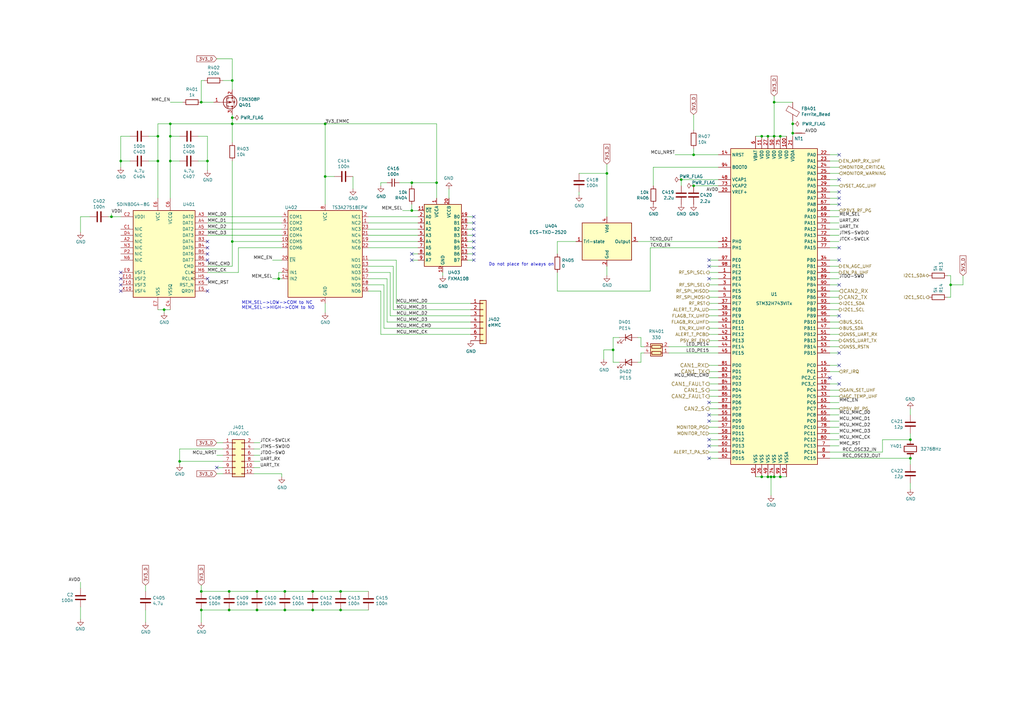
<source format=kicad_sch>
(kicad_sch (version 20230121) (generator eeschema)
  (paper "A3")
  (title_block (title "SatNOGS COMMS") (date "2020-02-20") (company "Libre Space Foundation") (comment 1 "CERN OHL version 1.2"))
  (junction (at 95.25 50.8))
  (junction (at 373.38 187.96))
  (junction (at 312.42 55.88))
  (junction (at 248.92 71.12))
  (junction (at 316.23 195.58))
  (junction (at 105.41 242.57))
  (junction (at 69.85 50.8))
  (junction (at 64.77 66.04))
  (junction (at 116.84 242.57))
  (junction (at 325.12 50.8))
  (junction (at 389.89 116.84))
  (junction (at 168.91 74.93))
  (junction (at 317.5 41.91))
  (junction (at 128.27 250.19))
  (junction (at 82.55 250.19))
  (junction (at 82.55 242.57))
  (junction (at 133.35 72.39))
  (junction (at 179.07 74.93))
  (junction (at 373.38 180.34))
  (junction (at 95.25 33.02))
  (junction (at 284.48 63.5))
  (junction (at 320.04 195.58))
  (junction (at 73.66 189.23))
  (junction (at 251.46 143.51))
  (junction (at 133.35 50.8))
  (junction (at 69.85 55.88))
  (junction (at 114.3 114.3))
  (junction (at 317.5 55.88))
  (junction (at 128.27 242.57))
  (junction (at 320.04 55.88))
  (junction (at 116.84 250.19))
  (junction (at 279.4 73.66))
  (junction (at 139.7 250.19))
  (junction (at 168.91 86.36))
  (junction (at 95.25 99.06))
  (junction (at 67.31 127))
  (junction (at 93.98 250.19))
  (junction (at 317.5 195.58))
  (junction (at 69.85 66.04))
  (junction (at 314.96 195.58))
  (junction (at 284.48 76.2))
  (junction (at 314.96 55.88))
  (junction (at 139.7 242.57))
  (junction (at 64.77 55.88))
  (junction (at 45.72 88.9))
  (junction (at 312.42 195.58))
  (junction (at 325.12 54.61))
  (junction (at 105.41 250.19))
  (junction (at 82.55 41.91))
  (junction (at 85.09 66.04))
  (junction (at 49.53 66.04))
  (junction (at 95.25 48.26))
  (junction (at 93.98 242.57))
  (no_connect (at 194.31 101.6))
  (no_connect (at 344.17 78.74))
  (no_connect (at 194.31 99.06))
  (no_connect (at 344.17 73.66))
  (no_connect (at 49.53 111.76))
  (no_connect (at 344.17 129.54))
  (no_connect (at 85.09 114.3))
  (no_connect (at 290.83 182.88))
  (no_connect (at 85.09 99.06))
  (no_connect (at 49.53 119.38))
  (no_connect (at 290.83 172.72))
  (no_connect (at 290.83 180.34))
  (no_connect (at 340.36 154.94))
  (no_connect (at 88.9 191.77))
  (no_connect (at 290.83 165.1))
  (no_connect (at 344.17 116.84))
  (no_connect (at 49.53 116.84))
  (no_connect (at 344.17 149.86))
  (no_connect (at 290.83 114.3))
  (no_connect (at 290.83 187.96))
  (no_connect (at 194.31 88.9))
  (no_connect (at 344.17 63.5))
  (no_connect (at 290.83 109.22))
  (no_connect (at 344.17 81.28))
  (no_connect (at 168.91 104.14))
  (no_connect (at 194.31 96.52))
  (no_connect (at 290.83 170.18))
  (no_connect (at 85.09 104.14))
  (no_connect (at 344.17 83.82))
  (no_connect (at 344.17 101.6))
  (no_connect (at 85.09 101.6))
  (no_connect (at 194.31 91.44))
  (no_connect (at 49.53 114.3))
  (no_connect (at 85.09 106.68))
  (no_connect (at 85.09 119.38))
  (no_connect (at 344.17 157.48))
  (no_connect (at 344.17 144.78))
  (no_connect (at 194.31 93.98))
  (no_connect (at 168.91 106.68))
  (no_connect (at 194.31 104.14))
  (no_connect (at 290.83 106.68))
  (no_connect (at 344.17 106.68))
  (no_connect (at 194.31 106.68))
  (wire (pts (xy 373.38 167.64) (xy 373.38 170.18)))
  (wire (pts (xy 262.89 144.78) (xy 264.16 144.78)))
  (wire (pts (xy 104.14 186.69) (xy 106.68 186.69)))
  (wire (pts (xy 105.41 242.57) (xy 116.84 242.57)))
  (wire (pts (xy 191.77 88.9) (xy 194.31 88.9)))
  (wire (pts (xy 128.27 242.57) (xy 139.7 242.57)))
  (wire (pts (xy 151.13 114.3) (xy 158.75 114.3)))
  (wire (pts (xy 151.13 109.22) (xy 161.29 109.22)))
  (wire (pts (xy 344.17 170.18) (xy 340.36 170.18)))
  (wire (pts (xy 309.88 195.58) (xy 312.42 195.58)))
  (wire (pts (xy 33.02 248.92) (xy 33.02 254)))
  (wire (pts (xy 151.13 250.19) (xy 139.7 250.19)))
  (wire (pts (xy 340.36 127) (xy 344.17 127)))
  (wire (pts (xy 114.3 111.76) (xy 114.3 114.3)))
  (wire (pts (xy 194.31 101.6) (xy 191.77 101.6)))
  (wire (pts (xy 194.31 91.44) (xy 191.77 91.44)))
  (wire (pts (xy 128.27 250.19) (xy 116.84 250.19)))
  (wire (pts (xy 104.14 194.31) (xy 115.57 194.31)))
  (wire (pts (xy 344.17 177.8) (xy 340.36 177.8)))
  (wire (pts (xy 49.53 66.04) (xy 49.53 55.88)))
  (wire (pts (xy 116.84 242.57) (xy 128.27 242.57)))
  (wire (pts (xy 168.91 74.93) (xy 179.07 74.93)))
  (wire (pts (xy 340.36 73.66) (xy 344.17 73.66)))
  (wire (pts (xy 267.97 68.58) (xy 267.97 76.2)))
  (wire (pts (xy 95.25 24.13) (xy 95.25 33.02)))
  (wire (pts (xy 317.5 55.88) (xy 320.04 55.88)))
  (wire (pts (xy 309.88 55.88) (xy 312.42 55.88)))
  (wire (pts (xy 85.09 66.04) (xy 85.09 55.88)))
  (wire (pts (xy 247.65 143.51) (xy 247.65 147.32)))
  (wire (pts (xy 290.83 187.96) (xy 294.64 187.96)))
  (wire (pts (xy 67.31 128.27) (xy 67.31 127)))
  (wire (pts (xy 82.55 41.91) (xy 87.63 41.91)))
  (wire (pts (xy 228.6 119.38) (xy 266.7 119.38)))
  (wire (pts (xy 344.17 68.58) (xy 340.36 68.58)))
  (wire (pts (xy 156.21 119.38) (xy 156.21 137.16)))
  (wire (pts (xy 95.25 109.22) (xy 95.25 99.06)))
  (wire (pts (xy 290.83 172.72) (xy 294.64 172.72)))
  (wire (pts (xy 82.55 250.19) (xy 82.55 255.27)))
  (wire (pts (xy 160.02 111.76) (xy 151.13 111.76)))
  (wire (pts (xy 294.64 124.46) (xy 290.83 124.46)))
  (wire (pts (xy 266.7 119.38) (xy 266.7 101.6)))
  (wire (pts (xy 69.85 66.04) (xy 69.85 81.28)))
  (wire (pts (xy 344.17 88.9) (xy 340.36 88.9)))
  (wire (pts (xy 161.29 109.22) (xy 161.29 127)))
  (wire (pts (xy 284.48 53.34) (xy 284.48 46.99)))
  (wire (pts (xy 389.89 116.84) (xy 389.89 121.92)))
  (wire (pts (xy 389.89 113.03) (xy 389.89 116.84)))
  (wire (pts (xy 73.66 66.04) (xy 69.85 66.04)))
  (wire (pts (xy 104.14 184.15) (xy 106.68 184.15)))
  (wire (pts (xy 276.86 63.5) (xy 284.48 63.5)))
  (wire (pts (xy 294.64 119.38) (xy 290.83 119.38)))
  (wire (pts (xy 284.48 76.2) (xy 294.64 76.2)))
  (wire (pts (xy 254 148.59) (xy 251.46 148.59)))
  (wire (pts (xy 344.17 129.54) (xy 340.36 129.54)))
  (wire (pts (xy 44.45 88.9) (xy 45.72 88.9)))
  (wire (pts (xy 294.64 165.1) (xy 290.83 165.1)))
  (wire (pts (xy 168.91 86.36) (xy 171.45 86.36)))
  (wire (pts (xy 158.75 74.93) (xy 156.21 74.93)))
  (wire (pts (xy 262.89 142.24) (xy 262.89 138.43)))
  (wire (pts (xy 340.36 139.7) (xy 344.17 139.7)))
  (wire (pts (xy 344.17 137.16) (xy 340.36 137.16)))
  (wire (pts (xy 274.32 144.78) (xy 294.64 144.78)))
  (wire (pts (xy 340.36 121.92) (xy 344.17 121.92)))
  (wire (pts (xy 191.77 104.14) (xy 194.31 104.14)))
  (wire (pts (xy 191.77 106.68) (xy 194.31 106.68)))
  (wire (pts (xy 314.96 195.58) (xy 316.23 195.58)))
  (wire (pts (xy 344.17 149.86) (xy 340.36 149.86)))
  (wire (pts (xy 133.35 50.8) (xy 179.07 50.8)))
  (wire (pts (xy 156.21 137.16) (xy 193.04 137.16)))
  (wire (pts (xy 64.77 66.04) (xy 60.96 66.04)))
  (wire (pts (xy 156.21 74.93) (xy 156.21 76.2)))
  (wire (pts (xy 237.49 71.12) (xy 248.92 71.12)))
  (wire (pts (xy 344.17 106.68) (xy 340.36 106.68)))
  (wire (pts (xy 317.5 195.58) (xy 320.04 195.58)))
  (wire (pts (xy 64.77 66.04) (xy 64.77 81.28)))
  (wire (pts (xy 114.3 114.3) (xy 115.57 114.3)))
  (wire (pts (xy 49.53 55.88) (xy 53.34 55.88)))
  (wire (pts (xy 69.85 66.04) (xy 69.85 55.88)))
  (wire (pts (xy 168.91 74.93) (xy 168.91 76.2)))
  (wire (pts (xy 290.83 111.76) (xy 294.64 111.76)))
  (wire (pts (xy 157.48 116.84) (xy 151.13 116.84)))
  (wire (pts (xy 261.62 99.06) (xy 294.64 99.06)))
  (wire (pts (xy 104.14 189.23) (xy 106.68 189.23)))
  (wire (pts (xy 344.17 124.46) (xy 340.36 124.46)))
  (wire (pts (xy 64.77 55.88) (xy 64.77 66.04)))
  (wire (pts (xy 73.66 189.23) (xy 91.44 189.23)))
  (wire (pts (xy 73.66 189.23) (xy 73.66 190.5)))
  (wire (pts (xy 179.07 74.93) (xy 179.07 81.28)))
  (wire (pts (xy 33.02 88.9) (xy 36.83 88.9)))
  (wire (pts (xy 73.66 55.88) (xy 69.85 55.88)))
  (wire (pts (xy 228.6 119.38) (xy 228.6 111.76)))
  (wire (pts (xy 115.57 93.98) (xy 85.09 93.98)))
  (wire (pts (xy 168.91 104.14) (xy 171.45 104.14)))
  (wire (pts (xy 340.36 91.44) (xy 344.17 91.44)))
  (wire (pts (xy 85.09 109.22) (xy 95.25 109.22)))
  (wire (pts (xy 82.55 33.02) (xy 83.82 33.02)))
  (wire (pts (xy 251.46 138.43) (xy 254 138.43)))
  (wire (pts (xy 85.09 96.52) (xy 115.57 96.52)))
  (wire (pts (xy 344.17 96.52) (xy 340.36 96.52)))
  (wire (pts (xy 179.07 50.8) (xy 179.07 74.93)))
  (wire (pts (xy 344.17 160.02) (xy 340.36 160.02)))
  (wire (pts (xy 133.35 50.8) (xy 133.35 72.39)))
  (wire (pts (xy 290.83 121.92) (xy 294.64 121.92)))
  (wire (pts (xy 264.16 142.24) (xy 262.89 142.24)))
  (wire (pts (xy 389.89 113.03) (xy 388.62 113.03)))
  (wire (pts (xy 344.17 119.38) (xy 340.36 119.38)))
  (wire (pts (xy 290.83 139.7) (xy 294.64 139.7)))
  (wire (pts (xy 161.29 127) (xy 193.04 127)))
  (wire (pts (xy 85.09 69.85) (xy 85.09 66.04)))
  (wire (pts (xy 344.17 99.06) (xy 340.36 99.06)))
  (wire (pts (xy 115.57 88.9) (xy 85.09 88.9)))
  (wire (pts (xy 344.17 78.74) (xy 340.36 78.74)))
  (wire (pts (xy 340.36 175.26) (xy 344.17 175.26)))
  (wire (pts (xy 104.14 181.61) (xy 106.68 181.61)))
  (wire (pts (xy 325.12 41.91) (xy 317.5 41.91)))
  (wire (pts (xy 160.02 129.54) (xy 193.04 129.54)))
  (wire (pts (xy 91.44 33.02) (xy 95.25 33.02)))
  (wire (pts (xy 151.13 91.44) (xy 171.45 91.44)))
  (wire (pts (xy 59.69 240.03) (xy 59.69 242.57)))
  (wire (pts (xy 184.15 77.47) (xy 184.15 81.28)))
  (wire (pts (xy 53.34 66.04) (xy 49.53 66.04)))
  (wire (pts (xy 344.17 182.88) (xy 340.36 182.88)))
  (wire (pts (xy 340.36 86.36) (xy 344.17 86.36)))
  (wire (pts (xy 95.25 50.8) (xy 133.35 50.8)))
  (wire (pts (xy 139.7 242.57) (xy 151.13 242.57)))
  (wire (pts (xy 294.64 137.16) (xy 290.83 137.16)))
  (wire (pts (xy 160.02 129.54) (xy 160.02 111.76)))
  (wire (pts (xy 95.25 50.8) (xy 69.85 50.8)))
  (wire (pts (xy 294.64 129.54) (xy 290.83 129.54)))
  (wire (pts (xy 69.85 41.91) (xy 74.93 41.91)))
  (wire (pts (xy 344.17 172.72) (xy 340.36 172.72)))
  (wire (pts (xy 248.92 67.31) (xy 248.92 71.12)))
  (wire (pts (xy 163.83 74.93) (xy 168.91 74.93)))
  (wire (pts (xy 317.5 39.37) (xy 317.5 41.91)))
  (wire (pts (xy 168.91 83.82) (xy 168.91 86.36)))
  (wire (pts (xy 82.55 240.03) (xy 82.55 242.57)))
  (wire (pts (xy 344.17 66.04) (xy 340.36 66.04)))
  (wire (pts (xy 279.4 73.66) (xy 279.4 76.2)))
  (wire (pts (xy 105.41 250.19) (xy 93.98 250.19)))
  (wire (pts (xy 389.89 116.84) (xy 394.97 116.84)))
  (wire (pts (xy 45.72 87.63) (xy 45.72 88.9)))
  (wire (pts (xy 344.17 114.3) (xy 340.36 114.3)))
  (wire (pts (xy 290.83 162.56) (xy 294.64 162.56)))
  (wire (pts (xy 344.17 157.48) (xy 340.36 157.48)))
  (wire (pts (xy 168.91 106.68) (xy 171.45 106.68)))
  (wire (pts (xy 181.61 111.76) (xy 181.61 113.03)))
  (wire (pts (xy 194.31 96.52) (xy 191.77 96.52)))
  (wire (pts (xy 158.75 132.08) (xy 193.04 132.08)))
  (wire (pts (xy 262.89 138.43) (xy 261.62 138.43)))
  (wire (pts (xy 312.42 55.88) (xy 314.96 55.88)))
  (wire (pts (xy 115.57 99.06) (xy 95.25 99.06)))
  (wire (pts (xy 248.92 109.22) (xy 248.92 113.03)))
  (wire (pts (xy 82.55 242.57) (xy 93.98 242.57)))
  (wire (pts (xy 115.57 106.68) (xy 111.76 106.68)))
  (wire (pts (xy 340.36 185.42) (xy 361.95 185.42)))
  (wire (pts (xy 251.46 143.51) (xy 251.46 138.43)))
  (wire (pts (xy 97.79 101.6) (xy 115.57 101.6)))
  (wire (pts (xy 314.96 55.88) (xy 317.5 55.88)))
  (wire (pts (xy 344.17 167.64) (xy 340.36 167.64)))
  (wire (pts (xy 344.17 111.76) (xy 340.36 111.76)))
  (wire (pts (xy 267.97 68.58) (xy 294.64 68.58)))
  (wire (pts (xy 45.72 88.9) (xy 49.53 88.9)))
  (wire (pts (xy 262.89 148.59) (xy 262.89 144.78)))
  (wire (pts (xy 49.53 68.58) (xy 49.53 66.04)))
  (wire (pts (xy 316.23 195.58) (xy 317.5 195.58)))
  (wire (pts (xy 325.12 50.8) (xy 325.12 54.61)))
  (wire (pts (xy 95.25 58.42) (xy 95.25 50.8)))
  (wire (pts (xy 340.36 132.08) (xy 344.17 132.08)))
  (wire (pts (xy 344.17 162.56) (xy 340.36 162.56)))
  (wire (pts (xy 294.64 73.66) (xy 279.4 73.66)))
  (wire (pts (xy 344.17 152.4) (xy 340.36 152.4)))
  (wire (pts (xy 290.83 106.68) (xy 294.64 106.68)))
  (wire (pts (xy 325.12 49.53) (xy 325.12 50.8)))
  (wire (pts (xy 344.17 180.34) (xy 340.36 180.34)))
  (wire (pts (xy 88.9 191.77) (xy 91.44 191.77)))
  (wire (pts (xy 151.13 119.38) (xy 156.21 119.38)))
  (wire (pts (xy 162.56 106.68) (xy 151.13 106.68)))
  (wire (pts (xy 82.55 41.91) (xy 82.55 33.02)))
  (wire (pts (xy 290.83 177.8) (xy 294.64 177.8)))
  (wire (pts (xy 266.7 101.6) (xy 294.64 101.6)))
  (wire (pts (xy 33.02 95.25) (xy 33.02 88.9)))
  (wire (pts (xy 344.17 109.22) (xy 340.36 109.22)))
  (wire (pts (xy 104.14 191.77) (xy 106.68 191.77)))
  (wire (pts (xy 325.12 54.61) (xy 325.12 55.88)))
  (wire (pts (xy 85.09 66.04) (xy 81.28 66.04)))
  (wire (pts (xy 115.57 194.31) (xy 115.57 195.58)))
  (wire (pts (xy 85.09 91.44) (xy 115.57 91.44)))
  (wire (pts (xy 344.17 165.1) (xy 340.36 165.1)))
  (wire (pts (xy 85.09 111.76) (xy 97.79 111.76)))
  (wire (pts (xy 340.36 81.28) (xy 344.17 81.28)))
  (wire (pts (xy 64.77 127) (xy 67.31 127)))
  (wire (pts (xy 340.36 144.78) (xy 344.17 144.78)))
  (wire (pts (xy 73.66 184.15) (xy 73.66 189.23)))
  (wire (pts (xy 88.9 181.61) (xy 91.44 181.61)))
  (wire (pts (xy 88.9 24.13) (xy 95.25 24.13)))
  (wire (pts (xy 294.64 116.84) (xy 290.83 116.84)))
  (wire (pts (xy 116.84 250.19) (xy 105.41 250.19)))
  (wire (pts (xy 344.17 76.2) (xy 340.36 76.2)))
  (wire (pts (xy 144.78 77.47) (xy 144.78 72.39)))
  (wire (pts (xy 151.13 99.06) (xy 171.45 99.06)))
  (wire (pts (xy 290.83 132.08) (xy 294.64 132.08)))
  (wire (pts (xy 67.31 127) (xy 69.85 127)))
  (wire (pts (xy 344.17 63.5) (xy 340.36 63.5)))
  (wire (pts (xy 320.04 195.58) (xy 322.58 195.58)))
  (wire (pts (xy 151.13 93.98) (xy 171.45 93.98)))
  (wire (pts (xy 344.17 71.12) (xy 340.36 71.12)))
  (wire (pts (xy 294.64 167.64) (xy 290.83 167.64)))
  (wire (pts (xy 93.98 250.19) (xy 82.55 250.19)))
  (wire (pts (xy 274.32 142.24) (xy 294.64 142.24)))
  (wire (pts (xy 151.13 88.9) (xy 171.45 88.9)))
  (wire (pts (xy 344.17 134.62) (xy 340.36 134.62)))
  (wire (pts (xy 111.76 114.3) (xy 114.3 114.3)))
  (wire (pts (xy 294.64 160.02) (xy 290.83 160.02)))
  (wire (pts (xy 290.83 114.3) (xy 294.64 114.3)))
  (wire (pts (xy 69.85 55.88) (xy 69.85 50.8)))
  (wire (pts (xy 194.31 99.06) (xy 191.77 99.06)))
  (wire (pts (xy 373.38 177.8) (xy 373.38 180.34)))
  (wire (pts (xy 290.83 154.94) (xy 294.64 154.94)))
  (wire (pts (xy 95.25 33.02) (xy 95.25 36.83)))
  (wire (pts (xy 290.83 127) (xy 294.64 127)))
  (wire (pts (xy 373.38 187.96) (xy 373.38 190.5)))
  (wire (pts (xy 91.44 184.15) (xy 73.66 184.15)))
  (wire (pts (xy 294.64 63.5) (xy 284.48 63.5)))
  (wire (pts (xy 64.77 50.8) (xy 69.85 50.8)))
  (wire (pts (xy 33.02 238.76) (xy 33.02 241.3)))
  (wire (pts (xy 165.1 86.36) (xy 168.91 86.36)))
  (wire (pts (xy 312.42 195.58) (xy 314.96 195.58)))
  (wire (pts (xy 316.23 195.58) (xy 316.23 203.2)))
  (wire (pts (xy 139.7 250.19) (xy 128.27 250.19)))
  (wire (pts (xy 320.04 55.88) (xy 322.58 55.88)))
  (wire (pts (xy 290.83 170.18) (xy 294.64 170.18)))
  (wire (pts (xy 162.56 124.46) (xy 193.04 124.46)))
  (wire (pts (xy 294.64 152.4) (xy 290.83 152.4)))
  (wire (pts (xy 284.48 63.5) (xy 284.48 60.96)))
  (wire (pts (xy 344.17 142.24) (xy 340.36 142.24)))
  (wire (pts (xy 133.35 128.27) (xy 133.35 124.46)))
  (wire (pts (xy 290.83 149.86) (xy 294.64 149.86)))
  (wire (pts (xy 95.25 48.26) (xy 95.25 50.8)))
  (wire (pts (xy 361.95 180.34) (xy 373.38 180.34)))
  (wire (pts (xy 88.9 194.31) (xy 91.44 194.31)))
  (wire (pts (xy 157.48 134.62) (xy 193.04 134.62)))
  (wire (pts (xy 151.13 96.52) (xy 171.45 96.52)))
  (wire (pts (xy 247.65 143.51) (xy 251.46 143.51)))
  (wire (pts (xy 133.35 72.39) (xy 133.35 83.82)))
  (wire (pts (xy 95.25 99.06) (xy 95.25 66.04)))
  (wire (pts (xy 394.97 113.03) (xy 394.97 116.84)))
  (wire (pts (xy 344.17 93.98) (xy 340.36 93.98)))
  (wire (pts (xy 248.92 71.12) (xy 248.92 88.9)))
  (wire (pts (xy 373.38 198.12) (xy 373.38 200.66)))
  (wire (pts (xy 85.09 55.88) (xy 81.28 55.88)))
  (wire (pts (xy 290.83 175.26) (xy 294.64 175.26)))
  (wire (pts (xy 237.49 80.01) (xy 237.49 78.74)))
  (wire (pts (xy 290.83 109.22) (xy 294.64 109.22)))
  (wire (pts (xy 290.83 134.62) (xy 294.64 134.62)))
  (wire (pts (xy 290.83 185.42) (xy 294.64 185.42)))
  (wire (pts (xy 373.38 187.96) (xy 340.36 187.96)))
  (wire (pts (xy 389.89 121.92) (xy 388.62 121.92)))
  (wire (pts (xy 97.79 111.76) (xy 97.79 101.6)))
  (wire (pts (xy 95.25 46.99) (xy 95.25 48.26)))
  (wire (pts (xy 157.48 134.62) (xy 157.48 116.84)))
  (wire (pts (xy 251.46 148.59) (xy 251.46 143.51)))
  (wire (pts (xy 228.6 104.14) (xy 228.6 99.06)))
  (wire (pts (xy 158.75 114.3) (xy 158.75 132.08)))
  (wire (pts (xy 290.83 157.48) (xy 294.64 157.48)))
  (wire (pts (xy 60.96 55.88) (xy 64.77 55.88)))
  (wire (pts (xy 290.83 182.88) (xy 294.64 182.88)))
  (wire (pts (xy 290.83 180.34) (xy 294.64 180.34)))
  (wire (pts (xy 59.69 250.19) (xy 59.69 255.27)))
  (wire (pts (xy 88.9 186.69) (xy 91.44 186.69)))
  (wire (pts (xy 137.16 72.39) (xy 133.35 72.39)))
  (wire (pts (xy 194.31 93.98) (xy 191.77 93.98)))
  (wire (pts (xy 344.17 116.84) (xy 340.36 116.84)))
  (wire (pts (xy 115.57 111.76) (xy 114.3 111.76)))
  (wire (pts (xy 162.56 124.46) (xy 162.56 106.68)))
  (wire (pts (xy 261.62 148.59) (xy 262.89 148.59)))
  (wire (pts (xy 317.5 41.91) (xy 317.5 55.88)))
  (wire (pts (xy 340.36 83.82) (xy 344.17 83.82)))
  (wire (pts (xy 228.6 99.06) (xy 236.22 99.06)))
  (wire (pts (xy 344.17 101.6) (xy 340.36 101.6)))
  (wire (pts (xy 361.95 185.42) (xy 361.95 180.34)))
  (wire (pts (xy 64.77 50.8) (xy 64.77 55.88)))
  (wire (pts (xy 93.98 242.57) (xy 105.41 242.57)))
  (wire (pts (xy 151.13 101.6) (xy 171.45 101.6)))
  (text "Do not place for always on" (at 200.406 109.22 0) (effects (font (size 1.27 1.27)) (justify left bottom)))
  (text "MEM_SEL->LOW->COM to NC\nMEM_SEL->HIGH->COM to NO" (at 99.06 127 0) (effects (font (size 1.27 1.27)) (justify left bottom)))
  (label "TCXO_EN" (at 266.7 101.6 0))
  (label "JTDO-SWO" (at 344.17 114.3 0))
  (label "JTDO-SWO" (at 106.68 186.69 0))
  (label "MCU_MMC_D0" (at 344.17 170.18 0))
  (label "JTCK-SWCLK" (at 106.68 181.61 0))
  (label "RCC_OSC32_OUT" (at 345.44 187.96 0))
  (label "UART_RX" (at 344.17 91.44 0))
  (label "TCXO_OUT" (at 266.446 99.06 0))
  (label "MMC_EN" (at 344.17 165.1 0))
  (label "VDDI" (at 45.72 87.63 0))
  (label "MMC_D0" (at 85.09 88.9 0))
  (label "MMC_EN" (at 111.76 106.68 180))
  (label "UART_TX" (at 106.68 191.77 0))
  (label "MCU_MMC_D3" (at 344.17 177.8 0))
  (label "MCU_MMC_D0" (at 162.56 124.46 0))
  (label "MMC_D3" (at 85.09 96.52 0))
  (label "MCU_MMC_CK" (at 162.56 137.16 0))
  (label "JTCK-SWCLK" (at 344.17 99.06 0))
  (label "MEM_SEL" (at 344.17 88.9 0))
  (label "MMC_CMD" (at 85.09 109.22 0))
  (label "MCU_MMC_CMD" (at 162.56 134.62 0))
  (label "LED_PE15" (at 290.83 144.78 180))
  (label "UART_RX" (at 106.68 189.23 0))
  (label "MCU_MMC_CK" (at 344.17 180.34 0))
  (label "JTMS-SWDIO" (at 106.68 184.15 0))
  (label "MCU_MMC_D2" (at 162.56 129.54 0))
  (label "MCU_MMC_CMD" (at 290.83 154.94 180))
  (label "MCU_MMC_D1" (at 162.56 127 0))
  (label "MEM_SEL" (at 165.1 86.36 180))
  (label "MMC_RST" (at 85.09 116.84 0))
  (label "AVDD" (at 330.2 54.61 0))
  (label "MMC_RST" (at 344.17 182.88 0))
  (label "MEM_SEL" (at 111.76 114.3 180))
  (label "RCC_OSC32_IN" (at 345.44 185.42 0))
  (label "MMC_CK" (at 85.09 111.76 0))
  (label "3V3_EMMC" (at 133.35 50.8 0))
  (label "MCU_MMC_D1" (at 344.17 172.72 0))
  (label "JTMS-SWDIO" (at 344.17 96.52 0))
  (label "MMC_D1" (at 85.09 91.44 0))
  (label "MCU_MMC_D2" (at 344.17 175.26 0))
  (label "MMC_EN" (at 69.85 41.91 180))
  (label "MCU_NRST" (at 276.86 63.5 180))
  (label "AVDD" (at 294.64 78.74 180))
  (label "LED_PE14" (at 290.83 142.24 180))
  (label "MCU_NRST" (at 88.9 186.69 180))
  (label "MCU_MMC_D3" (at 162.56 132.08 0))
  (label "AVDD" (at 33.02 238.76 180))
  (label "MMC_D2" (at 85.09 93.98 0))
  (label "UART_TX" (at 344.17 93.98 0))
  (global_label "3V3_D" (shape input) (at 284.48 46.99 90) (property "Intersheetrefs" "${INTERSHEET_REFS}" (effects hide)))
  (global_label "3V3_D" (shape input) (at 88.9 181.61 180) (property "Intersheetrefs" "${INTERSHEET_REFS}" (effects hide)))
  (global_label "3V3_D" (shape input) (at 88.9 24.13 180) (property "Intersheetrefs" "${INTERSHEET_REFS}" (effects hide)))
  (global_label "3V3_D" (shape input) (at 394.97 113.03 90) (property "Intersheetrefs" "${INTERSHEET_REFS}" (effects hide)))
  (global_label "3V3_D" (shape input) (at 317.5 39.37 90) (property "Intersheetrefs" "${INTERSHEET_REFS}" (effects hide)))
  (global_label "3V3_D" (shape input) (at 88.9 194.31 180) (property "Intersheetrefs" "${INTERSHEET_REFS}" (effects hide)))
  (global_label "3V3_D" (shape input) (at 82.55 240.03 90) (property "Intersheetrefs" "${INTERSHEET_REFS}" (effects hide)))
  (global_label "3V3_D" (shape input) (at 248.92 67.31 90) (property "Intersheetrefs" "${INTERSHEET_REFS}" (effects hide)))
  (global_label "3V3_D" (shape input) (at 59.69 240.03 90) (property "Intersheetrefs" "${INTERSHEET_REFS}" (effects hide)))
  (hierarchical_label "VSET_AGC_UHF" (shape input) (at 344.17 76.2 0))
  (hierarchical_label "FLAGB_RX_UHF" (shape input) (at 290.83 132.08 180))
  (hierarchical_label "CAN1_RX" (shape input) (at 290.83 149.86 180) (effects (font (size 1.524 1.524))))
  (hierarchical_label "GNSS_UART_RX" (shape input) (at 344.17 137.16 0))
  (hierarchical_label "I2C1_SCL" (shape output) (at 381 121.92 180))
  (hierarchical_label "CAN1_TX" (shape output) (at 290.83 152.4 180) (effects (font (size 1.524 1.524))))
  (hierarchical_label "AGC_TEMP_UHF" (shape input) (at 344.17 162.56 0))
  (hierarchical_label "GNSS_UART_TX" (shape output) (at 344.17 139.7 0))
  (hierarchical_label "ALERT_T_PCB" (shape input) (at 290.83 137.16 180))
  (hierarchical_label "CAN2_RX" (shape input) (at 344.17 119.38 0) (effects (font (size 1.524 1.524))))
  (hierarchical_label "RF_SPI_MOSI" (shape output) (at 290.83 121.92 180))
  (hierarchical_label "P5V_RF_PG" (shape input) (at 344.17 167.64 0))
  (hierarchical_label "BUS_SDA" (shape bidirectional) (at 344.17 134.62 0))
  (hierarchical_label "I2C1_SDA" (shape bidirectional) (at 344.17 124.46 0))
  (hierarchical_label "P5V_RF_EN" (shape output) (at 290.83 139.7 180))
  (hierarchical_label "EN_AGC_UHF" (shape output) (at 344.17 109.22 0))
  (hierarchical_label "CAN2_S" (shape output) (at 290.83 167.64 180) (effects (font (size 1.524 1.524))))
  (hierarchical_label "RF_RST" (shape output) (at 290.83 124.46 180))
  (hierarchical_label "CAN1_S" (shape output) (at 290.83 160.02 180) (effects (font (size 1.524 1.524))))
  (hierarchical_label "RF_SPI_SEL" (shape output) (at 290.83 116.84 180))
  (hierarchical_label "RF_SPI_MISO" (shape input) (at 290.83 119.38 180))
  (hierarchical_label "CAN1_FAULT" (shape output) (at 290.83 157.48 180) (effects (font (size 1.524 1.524))))
  (hierarchical_label "MONITOR_TC" (shape input) (at 290.83 177.8 180))
  (hierarchical_label "FLAGB_TX_UHF" (shape input) (at 290.83 129.54 180))
  (hierarchical_label "RF_IRQ" (shape input) (at 344.17 152.4 0))
  (hierarchical_label "EN_RX_UHF" (shape output) (at 290.83 134.62 180))
  (hierarchical_label "I2C1_SDA" (shape bidirectional) (at 381 113.03 180))
  (hierarchical_label "MONITOR_PG" (shape input) (at 290.83 175.26 180))
  (hierarchical_label "CAN2_FAULT" (shape output) (at 290.83 162.56 180) (effects (font (size 1.524 1.524))))
  (hierarchical_label "RF_SPI_SCL" (shape output) (at 290.83 111.76 180))
  (hierarchical_label "P3V3_RF_PG" (shape input) (at 344.17 86.36 0))
  (hierarchical_label "MONITOR_WARNING" (shape input) (at 344.17 71.12 0))
  (hierarchical_label "EN_AMP_RX_UHF" (shape output) (at 344.17 66.04 0))
  (hierarchical_label "CAN2_TX" (shape output) (at 344.17 121.92 0) (effects (font (size 1.524 1.524))))
  (hierarchical_label "ALERT_T_PA_S" (shape input) (at 290.83 185.42 180))
  (hierarchical_label "GAIN_SET_UHF" (shape input) (at 344.17 160.02 0))
  (hierarchical_label "I2C1_SCL" (shape output) (at 344.17 127 0))
  (hierarchical_label "ALERT_T_PA_U" (shape input) (at 290.83 127 180))
  (hierarchical_label "GNSS_RSTN" (shape input) (at 344.17 142.24 0))
  (hierarchical_label "MONITOR_CRITICAL" (shape input) (at 344.17 68.58 0))
  (hierarchical_label "EN_PA_UHF" (shape output) (at 344.17 111.76 0))
  (hierarchical_label "BUS_SCL" (shape input) (at 344.17 132.08 0))
  (symbol (lib_id "power:GND") (at 316.23 203.2 0) (unit 1)
    (property "Reference" "#PWR0422" (effects hide))
    (property "Value" "GND" (at 316.3316 207.137 0))
  )
  (symbol (lib_id "Device:R") (at 284.48 57.15 0) (unit 1)
    (property "Reference" "R407" (at 286.258 55.9816 0) (effects (justify left)))
    (property "Value" "10k" (at 286.258 58.293 0) (effects (justify left)))
    (property "Footprint" "Resistor_SMD:R_0402_1005Metric" (effects hide))
    (property "PartNumber" "CRCW040210K0FKEDC" (effects hide))
  )
  (symbol (lib_id "Device:R") (at 267.97 80.01 180) (unit 1)
    (property "Reference" "R406" (at 266.192 81.1784 0) (effects (justify left)))
    (property "Value" "10k" (at 266.192 78.867 0) (effects (justify left)))
    (property "Footprint" "Resistor_SMD:R_0402_1005Metric" (effects hide))
    (property "PartNumber" "CRCW040210K0FKEDC" (effects hide))
  )
  (symbol (lib_id "lsf-kicad:SDINBDG4-8G") (at 67.31 104.14 0) (unit 1)
    (property "Reference" "U401" (at 77.47 83.82 0))
    (property "Value" "SDINBDG4-8G" (at 54.61 83.82 0))
    (property "Footprint" "lsf-kicad-lib:BGA-153_13.0mmx11.5mm_P0.5mm" (effects hide))
    (property "Datasheet" "https://datasheet.lcsc.com/lcsc/2006081112_SANDISK-SDINBDG4-8G_C577444.pdf" (effects hide))
    (property "PartNumber" "SDINBDG4-8G" (effects hide))
    (property "Sim.Enable" "0" (effects hide))
  )
  (symbol (lib_id "Device:Crystal") (at 373.38 184.15 90) (mirror x) (unit 1)
    (property "Reference" "Y401" (at 370.0526 182.9816 90) (effects (justify left)))
    (property "Value" "32768Hz" (at 386.08 184.15 90) (effects (justify left)))
    (property "Footprint" "Crystal:Crystal_SMD_3215-2Pin_3.2x1.5mm" (effects hide))
    (property "PartNumber" "ABS07-32.768KHZ-7-T" (effects hide))
    (property "Sim.Enable" "0" (effects hide))
  )
  (symbol (lib_id "Device:C") (at 373.38 194.31 0) (mirror y) (unit 1)
    (property "Reference" "C422" (at 370.459 193.1416 0) (effects (justify left)))
    (property "Value" "12p" (at 370.459 195.453 0) (effects (font italic) (justify left)))
    (property "Footprint" "Capacitor_SMD:C_0402_1005Metric" (effects hide))
    (property "PartNumber" "CBR04C120F3GAC" (effects hide))
  )
  (symbol (lib_id "Device:C") (at 373.38 173.99 0) (mirror y) (unit 1)
    (property "Reference" "C421" (at 370.459 172.8216 0) (effects (justify left)))
    (property "Value" "12p" (at 370.459 175.133 0) (effects (justify left)))
    (property "Footprint" "Capacitor_SMD:C_0402_1005Metric" (effects hide))
    (property "PartNumber" "CBR04C120F3GAC" (effects hide))
  )
  (symbol (lib_id "Device:R") (at 228.6 107.95 0) (unit 1)
    (property "Reference" "R405" (at 230.378 106.7816 0) (effects (justify left)))
    (property "Value" "0" (at 230.378 109.093 0) (effects (justify left)))
    (property "Footprint" "Resistor_SMD:R_0402_1005Metric" (effects hide))
    (property "PartNumber" "RC0402JR-7D0RL" (effects hide))
  )
  (symbol (lib_id "Device:C") (at 237.49 74.93 0) (unit 1)
    (property "Reference" "C418" (at 240.411 73.7616 0) (effects (justify left)))
    (property "Value" "100n" (at 240.411 76.073 0) (effects (justify left)))
    (property "Footprint" "Capacitor_SMD:C_0402_1005Metric" (effects hide))
    (property "PartNumber" "C0402C104K4RACTU" (effects hide))
    (property "Mnf." "KEMET" (effects hide))
  )
  (symbol (lib_id "power:GND") (at 237.49 80.01 0) (unit 1)
    (property "Reference" "#PWR0416" (effects hide))
    (property "Value" "GND" (at 237.617 84.4042 0))
  )
  (symbol (lib_id "Device:C") (at 57.15 55.88 270) (mirror x) (unit 1)
    (property "Reference" "C403" (at 57.15 62.2808 90))
    (property "Value" "100n" (at 57.15 59.9694 90))
    (property "Footprint" "Capacitor_SMD:C_0402_1005Metric" (effects hide))
    (property "Description" "100nF,10%,16V,X7R,0402" (effects hide))
    (property "PartNumber" "C0402C104K4RACTU" (effects hide))
    (property "Mnf." "KEMET" (effects hide))
  )
  (symbol (lib_id "Device:C") (at 57.15 66.04 270) (mirror x) (unit 1)
    (property "Reference" "C404" (at 57.15 72.4408 90))
    (property "Value" "4.7u" (at 57.15 70.1294 90))
    (property "Footprint" "Capacitor_SMD:C_1206_3216Metric" (effects hide))
    (property "Description" "Tantalium" (effects hide))
    (property "PartNumber" "TAJA475K016R" (effects hide))
  )
  (symbol (lib_id "Device:C") (at 77.47 55.88 270) (mirror x) (unit 1)
    (property "Reference" "C406" (at 77.47 62.2808 90))
    (property "Value" "100n" (at 77.47 59.9694 90))
    (property "Footprint" "Capacitor_SMD:C_0402_1005Metric" (effects hide))
    (property "Description" "100nF,10%,16V,X7R,0402" (effects hide))
    (property "PartNumber" "C0402C104K4RACTU" (effects hide))
    (property "Mnf." "KEMET" (effects hide))
  )
  (symbol (lib_id "Device:C") (at 77.47 66.04 270) (mirror x) (unit 1)
    (property "Reference" "C407" (at 77.47 72.4408 90))
    (property "Value" "4.7u" (at 77.47 70.1294 90))
    (property "Footprint" "Capacitor_SMD:C_1206_3216Metric" (effects hide))
    (property "Description" "Tantalium" (effects hide))
    (property "PartNumber" "TAJA475K016R" (effects hide))
  )
  (symbol (lib_id "power:GND") (at 49.53 68.58 0) (unit 1)
    (property "Reference" "#PWR0403" (effects hide))
    (property "Value" "GND" (at 49.6316 72.517 0))
  )
  (symbol (lib_id "power:GND") (at 85.09 69.85 0) (unit 1)
    (property "Reference" "#PWR0407" (effects hide))
    (property "Value" "GND" (at 85.1916 73.787 0))
  )
  (symbol (lib_id "power:GND") (at 73.66 190.5 0) (unit 1)
    (property "Reference" "#PWR0406" (effects hide))
    (property "Value" "GND" (at 73.7616 194.437 0))
  )
  (symbol (lib_id "power:GND") (at 67.31 128.27 0) (unit 1)
    (property "Reference" "#PWR0405" (effects hide))
    (property "Value" "GND" (at 67.4116 132.207 0))
  )
  (symbol (lib_id "Device:C") (at 40.64 88.9 270) (unit 1)
    (property "Reference" "C402" (at 40.64 82.4992 90))
    (property "Value" "100n" (at 40.64 84.8106 90))
    (property "Footprint" "Capacitor_SMD:C_0402_1005Metric" (effects hide))
    (property "PartNumber" "GRM155R71A104KA01D" (effects hide))
  )
  (symbol (lib_id "power:GND") (at 33.02 95.25 0) (unit 1)
    (property "Reference" "#PWR0402" (effects hide))
    (property "Value" "GND" (at 33.1216 99.187 0))
  )
  (symbol (lib_id "Device:R") (at 95.25 62.23 0) (unit 1)
    (property "Reference" "R403" (at 97.028 61.0616 0) (effects (justify left)))
    (property "Value" "10k" (at 97.028 63.373 0) (effects (justify left)))
    (property "Footprint" "Resistor_SMD:R_0402_1005Metric" (effects hide))
    (property "PartNumber" "CRCW040210K0FKEDC" (effects hide))
    (property "Mnf." "Vishay" (effects hide))
  )
  (symbol (lib_id "Device:FerriteBead") (at 325.12 45.72 0) (unit 1)
    (property "Reference" "FB401" (at 328.5998 44.5516 0) (effects (justify left)))
    (property "Value" "Ferrite_Bead" (at 328.5998 46.863 0) (effects (justify left)))
    (property "Footprint" "Inductor_SMD:L_0603_1608Metric" (effects hide))
    (property "PartNumber" "MMZ1608R601ATD25" (effects hide))
    (property "Sim.Enable" "0" (effects hide))
  )
  (symbol (lib_id "Device:C") (at 284.48 80.01 180) (unit 1)
    (property "Reference" "C420" (at 287.02 80.01 0) (effects (justify right)))
    (property "Value" "2.2u" (at 287.02 82.55 0) (effects (justify right)))
    (property "Footprint" "Capacitor_SMD:C_1206_3216Metric" (effects hide))
    (property "Description" "10%,16V,X7S" (effects hide))
    (property "PartNumber" "CC1206KKX7R7BB225" (effects hide))
  )
  (symbol (lib_id "Device:C") (at 279.4 80.01 180) (unit 1)
    (property "Reference" "C419" (at 276.5044 78.8416 0) (effects (justify left)))
    (property "Value" "2.2u" (at 276.5044 81.153 0) (effects (justify left)))
    (property "Footprint" "Capacitor_SMD:C_1206_3216Metric" (effects hide))
    (property "Description" "10%,16V,X7S" (effects hide))
    (property "PartNumber" "CC1206KKX7R7BB225" (effects hide))
  )
  (symbol (lib_id "power:GND") (at 248.92 113.03 0) (unit 1)
    (property "Reference" "#PWR0417" (effects hide))
    (property "Value" "GND" (at 249.0216 116.967 0))
  )
  (symbol (lib_id "power:GND") (at 279.4 83.82 0) (unit 1)
    (property "Reference" "#PWR0419" (effects hide))
    (property "Value" "GND" (at 279.5016 87.757 0))
  )
  (symbol (lib_id "power:GND") (at 284.48 83.82 0) (unit 1)
    (property "Reference" "#PWR0420" (effects hide))
    (property "Value" "GND" (at 284.5816 87.757 0))
  )
  (symbol (lib_id "Device:C") (at 139.7 246.38 0) (unit 1)
    (property "Reference" "C413" (at 142.621 245.2116 0) (effects (justify left)))
    (property "Value" "100n" (at 142.621 247.523 0) (effects (justify left)))
    (property "Footprint" "Capacitor_SMD:C_0402_1005Metric" (effects hide))
    (property "Description" "100nF,10%,16V,X7R,0402" (effects hide))
    (property "PartNumber" "C0402C104K4RACTU" (effects hide))
    (property "Mnf." "KEMET" (effects hide))
  )
  (symbol (lib_id "Device:C") (at 151.13 246.38 0) (unit 1)
    (property "Reference" "C415" (at 154.051 245.2116 0) (effects (justify left)))
    (property "Value" "100n" (at 154.051 247.523 0) (effects (justify left)))
    (property "Footprint" "Capacitor_SMD:C_0402_1005Metric" (effects hide))
    (property "Description" "100nF,10%,16V,X7R,0402" (effects hide))
    (property "PartNumber" "C0402C104K4RACTU" (effects hide))
    (property "Mnf." "KEMET" (effects hide))
  )
  (symbol (lib_id "power:PWR_FLAG") (at 279.4 73.66 90) (unit 1)
    (property "Reference" "#FLG0402" (effects hide))
    (property "Value" "PWR_FLAG" (at 288.29 72.39 90) (effects (justify left)))
  )
  (symbol (lib_id "power:PWR_FLAG") (at 284.48 76.2 90) (unit 1)
    (property "Reference" "#FLG0403" (effects hide))
    (property "Value" "PWR_FLAG" (at 293.37 74.93 90) (effects (justify left)))
  )
  (symbol (lib_id "Device:C") (at 59.69 246.38 0) (unit 1)
    (property "Reference" "C405" (at 62.611 245.2116 0) (effects (justify left)))
    (property "Value" "4.7u" (at 62.611 247.523 0) (effects (justify left)))
    (property "Footprint" "Capacitor_SMD:C_1206_3216Metric" (effects hide))
    (property "Description" "Tantalium, X5R" (effects hide))
    (property "PartNumber" "TAJA475K016R" (effects hide))
  )
  (symbol (lib_id "power:GND") (at 59.69 255.27 0) (unit 1)
    (property "Reference" "#PWR0404" (effects hide))
    (property "Value" "GND" (at 59.7916 259.207 0))
  )
  (symbol (lib_id "Device:C") (at 82.55 246.38 0) (unit 1)
    (property "Reference" "C408" (at 85.471 245.2116 0) (effects (justify left)))
    (property "Value" "100n" (at 85.471 247.523 0) (effects (justify left)))
    (property "Footprint" "Capacitor_SMD:C_0402_1005Metric" (effects hide))
    (property "Description" "100nF,10%,16V,X7R,0402" (effects hide))
    (property "PartNumber" "C0402C104K4RACTU" (effects hide))
    (property "Mnf." "KEMET" (effects hide))
  )
  (symbol (lib_id "power:GND") (at 82.55 255.27 0) (unit 1)
    (property "Reference" "#PWR0408" (effects hide))
    (property "Value" "GND" (at 82.6516 259.207 0))
  )
  (symbol (lib_id "Device:C") (at 93.98 246.38 0) (unit 1)
    (property "Reference" "C409" (at 96.901 245.2116 0) (effects (justify left)))
    (property "Value" "100n" (at 96.901 247.523 0) (effects (justify left)))
    (property "Footprint" "Capacitor_SMD:C_0402_1005Metric" (effects hide))
    (property "Description" "100nF,10%,16V,X7R,0402" (effects hide))
    (property "PartNumber" "C0402C104K4RACTU" (effects hide))
    (property "Mnf." "KEMET" (effects hide))
  )
  (symbol (lib_id "Device:C") (at 105.41 246.38 0) (unit 1)
    (property "Reference" "C410" (at 108.331 245.2116 0) (effects (justify left)))
    (property "Value" "100n" (at 108.331 247.523 0) (effects (justify left)))
    (property "Footprint" "Capacitor_SMD:C_0402_1005Metric" (effects hide))
    (property "Description" "100nF,10%,16V,X7R,0402" (effects hide))
    (property "PartNumber" "C0402C104K4RACTU" (effects hide))
    (property "Mnf." "KEMET" (effects hide))
  )
  (symbol (lib_id "Device:C") (at 116.84 246.38 0) (unit 1)
    (property "Reference" "C411" (at 119.761 245.2116 0) (effects (justify left)))
    (property "Value" "100n" (at 119.761 247.523 0) (effects (justify left)))
    (property "Footprint" "Capacitor_SMD:C_0402_1005Metric" (effects hide))
    (property "Description" "100nF,10%,16V,X7R,0402" (effects hide))
    (property "PartNumber" "C0402C104K4RACTU" (effects hide))
    (property "Mnf." "KEMET" (effects hide))
  )
  (symbol (lib_id "Device:C") (at 128.27 246.38 0) (unit 1)
    (property "Reference" "C412" (at 131.191 245.2116 0) (effects (justify left)))
    (property "Value" "100n" (at 131.191 247.523 0) (effects (justify left)))
    (property "Footprint" "Capacitor_SMD:C_0402_1005Metric" (effects hide))
    (property "Description" "100nF,10%,16V,X7R,0402" (effects hide))
    (property "PartNumber" "C0402C104K4RACTU" (effects hide))
    (property "Mnf." "KEMET" (effects hide))
  )
  (symbol (lib_id "power:GND") (at 267.97 83.82 0) (unit 1)
    (property "Reference" "#PWR0418" (effects hide))
    (property "Value" "GND" (at 268.0716 87.757 0))
  )
  (symbol (lib_id "Transistor_FET:FDN340P") (at 92.71 41.91 0) (mirror x) (unit 1)
    (property "Reference" "Q401" (at 97.8916 43.0784 0) (effects (justify left)))
    (property "Value" "FDN308P" (at 97.8916 40.767 0) (effects (justify left)))
    (property "Footprint" "Package_TO_SOT_SMD:SOT-23" (effects hide))
    (property "Datasheet" "https://www.onsemi.com/pub/Collateral/FDN340P-D.PDF" (effects hide))
    (property "PartNumber" "FDN308P" (effects hide))
    (property "Sim.Enable" "0" (effects hide))
  )
  (symbol (lib_id "Device:R") (at 78.74 41.91 270) (unit 1)
    (property "Reference" "R401" (at 78.74 36.6522 90))
    (property "Value" "1k" (at 78.74 38.9636 90))
    (property "Footprint" "Resistor_SMD:R_0402_1005Metric" (effects hide))
    (property "PartNumber" "CRCW04021K00FKEDC" (effects hide))
    (property "Mnf." "Vishay" (effects hide))
  )
  (symbol (lib_id "power:PWR_FLAG") (at 95.25 48.26 270) (unit 1)
    (property "Reference" "#FLG0401" (effects hide))
    (property "Value" "PWR_FLAG" (at 98.5012 48.26 90) (effects (justify left)))
  )
  (symbol (lib_id "Device:R") (at 87.63 33.02 270) (unit 1)
    (property "Reference" "R402" (at 87.63 27.7622 90))
    (property "Value" "100k" (at 87.63 30.0736 90))
    (property "Footprint" "Resistor_SMD:R_0402_1005Metric" (effects hide))
    (property "PartNumber" "CR0402-FX-1003GLF" (effects hide))
  )
  (symbol (lib_id "Connector_Generic:Conn_01x07") (at 198.12 132.08 0) (unit 1)
    (property "Reference" "J402" (at 200.152 131.0132 0) (effects (justify left)))
    (property "Value" "eMMC" (at 200.152 133.3246 0) (effects (justify left)))
    (property "Footprint" "Connector_Hirose:Hirose_DF13C_CL535-0407-6-51_1x07-1MP_P1.25mm_Vertical" (effects hide))
    (property "PartNumber" "DF13C-7P-1.25V(21)" (effects hide))
    (property "Mnf." "Hirose" (effects hide))
    (property "Sim.Enable" "0" (effects hide))
  )
  (symbol (lib_id "power:GND") (at 193.04 139.7 0) (unit 1)
    (property "Reference" "#PWR0414" (effects hide))
    (property "Value" "GND" (at 193.167 144.0942 0))
  )
  (symbol (lib_id "Analog_Switch:TS3A27518EPW") (at 133.35 104.14 0) (unit 1)
    (property "Reference" "U402" (at 119.38 85.09 0))
    (property "Value" "TS3A27518EPW" (at 143.51 85.09 0))
    (property "Footprint" "Package_SO:TSSOP-24_4.4x7.8mm_P0.65mm" (effects hide))
    (property "Datasheet" "http://www.ti.com/lit/ds/symlink/ts3a27518e.pdf" (effects hide))
    (property "PartNumber" "TS3A27518EPW" (effects hide))
    (property "Sim.Enable" "0" (effects hide))
  )
  (symbol (lib_id "Device:C") (at 140.97 72.39 270) (unit 1)
    (property "Reference" "C414" (at 140.97 65.9892 90))
    (property "Value" "100n" (at 140.97 68.3006 90))
    (property "Footprint" "Capacitor_SMD:C_0402_1005Metric" (effects hide))
    (property "Description" "100nF,10%,16V,X7R,0402" (effects hide))
    (property "PartNumber" "C0402C104K4RACTU" (effects hide))
    (property "Mnf." "KEMET" (effects hide))
  )
  (symbol (lib_id "power:GND") (at 144.78 77.47 0) (unit 1)
    (property "Reference" "#PWR0411" (effects hide))
    (property "Value" "GND" (at 144.8816 81.407 0))
  )
  (symbol (lib_id "power:GND") (at 133.35 128.27 0) (unit 1)
    (property "Reference" "#PWR0410" (effects hide))
    (property "Value" "GND" (at 133.4516 132.207 0))
  )
  (symbol (lib_id "power:GND") (at 181.61 113.03 0) (unit 1)
    (property "Reference" "#PWR0413" (effects hide))
    (property "Value" "GND" (at 181.737 117.4242 0))
  )
  (symbol (lib_id "power:GND") (at 115.57 195.58 0) (unit 1)
    (property "Reference" "#PWR0423" (effects hide))
    (property "Value" "GND" (at 115.697 199.9742 0))
  )
  (symbol (lib_id "power:PWR_FLAG") (at 325.12 50.8 270) (unit 1)
    (property "Reference" "#FLG04" (effects hide))
    (property "Value" "PWR_FLAG" (at 328.93 50.8 90) (effects (justify left)))
  )
  (symbol (lib_id "Device:R") (at 384.81 113.03 270) (mirror x) (unit 1)
    (property "Reference" "R13" (at 385.9784 111.252 0) (effects (justify left)))
    (property "Value" "5k" (at 383.667 111.252 0) (effects (justify left)))
    (property "Footprint" "Resistor_SMD:R_0402_1005Metric" (effects hide))
    (property "PartNumber" "RC0402FR-075KL" (effects hide))
  )
  (symbol (lib_id "power:GND") (at 184.15 77.47 180) (unit 1)
    (property "Reference" "#PWR0415" (effects hide))
    (property "Value" "GND" (at 184.023 73.0758 0))
  )
  (symbol (lib_id "Device:LED") (at 257.81 148.59 0) (unit 1)
    (property "Reference" "D402" (at 256.54 152.4 0))
    (property "Value" "PE15" (at 256.54 154.94 0))
    (property "Footprint" "LED_SMD:LED_0402_1005Metric" (effects hide))
    (property "PartNumber" "FHA1105P-TR" (effects hide))
    (property "Sim.Enable" "0" (effects hide))
  )
  (symbol (lib_id "power:GND") (at 33.02 254 0) (mirror y) (unit 1)
    (property "Reference" "#PWR08" (effects hide))
    (property "Value" "GND" (at 32.9184 257.937 0))
  )
  (symbol (lib_id "Device:R_Pack02") (at 269.24 142.24 90) (unit 1)
    (property "Reference" "RN401" (at 269.24 135.89 90))
    (property "Value" "330" (at 269.24 138.43 90))
    (property "Footprint" "Resistor_SMD:R_Array_Convex_2x0402" (effects hide))
    (property "Mnf." "Panasonic" (effects hide))
    (property "PartNumber" "EXB-24V331JX" (effects hide))
    (property "Sim.Enable" "0" (effects hide))
  )
  (symbol (lib_id "MCU_ST_STM32H7:STM32H743VITx") (at 317.5 124.46 0) (unit 1)
    (property "Reference" "U1" (at 317.5 120.65 0))
    (property "Value" "STM32H743VITx" (at 317.5 124.46 0))
    (property "Footprint" "Package_QFP:LQFP-100_14x14mm_P0.5mm" (effects hide))
    (property "Datasheet" "http://www.st.com/st-web-ui/static/active/en/resource/technical/document/datasheet/DM00387108.pdf" (effects hide))
    (property "PartNumber" "STM32H743VIT6" (effects hide))
    (property "Sim.Enable" "0" (effects hide))
  )
  (symbol (lib_id "Device:LED") (at 257.81 138.43 0) (unit 1)
    (property "Reference" "D401" (at 256.2225 132.08 0))
    (property "Value" "PE14" (at 256.2225 134.62 0))
    (property "Footprint" "LED_SMD:LED_0402_1005Metric" (effects hide))
    (property "PartNumber" "FHA1105P-TR" (effects hide))
    (property "Sim.Enable" "0" (effects hide))
  )
  (symbol (lib_id "Device:C") (at 33.02 245.11 0) (mirror y) (unit 1)
    (property "Reference" "C2" (at 30.099 243.9416 0) (effects (justify left)))
    (property "Value" "100n" (at 30.099 246.253 0) (effects (justify left)))
    (property "Footprint" "Capacitor_SMD:C_0402_1005Metric" (effects hide))
    (property "Description" "100nF,10%,16V,X7R,0402" (effects hide))
    (property "PartNumber" "C0402C104K4RACTU" (effects hide))
    (property "Mnf." "KEMET" (effects hide))
  )
  (symbol (lib_id "power:GND") (at 247.65 147.32 0) (unit 1)
    (property "Reference" "#PWR0103" (effects hide))
    (property "Value" "GND" (at 247.777 151.7142 0))
  )
  (symbol (lib_id "lsf-kicad:ECS-TXO-2520") (at 248.92 99.06 0) (unit 1)
    (property "Reference" "U404" (at 226.06 92.71 0))
    (property "Value" "ECS-TXO-2520" (at 224.79 95.25 0))
    (property "Footprint" "lsf-kicad-lib:Oscillator_SMD_EST_TXO_2520_4PIN_2X2.5mm" (effects hide))
    (property "Datasheet" "https://ecsxtal.com/store/pdf/ECS-TXO-2520.pdf" (effects hide))
    (property "PartNumber" "ECS-TXO-2520" (effects hide))
    (property "Sim.Enable" "0" (effects hide))
  )
  (symbol (lib_id "Logic_LevelTranslator:FXMA108") (at 181.61 96.52 0) (unit 1)
    (property "Reference" "U403" (at 183.6294 111.76 0) (effects (justify left)))
    (property "Value" "FXMA108" (at 183.6294 114.3 0) (effects (justify left)))
    (property "Footprint" "Package_DFN_QFN:WQFN-20-1EP_2.5x4.5mm_P0.5mm_EP1x2.9mm" (effects hide))
    (property "Datasheet" "http://www.onsemi.com/pub/Collateral/FXMA108-D.pdf" (effects hide))
    (property "PartNumber" "FXMA108" (effects hide))
    (property "Sim.Enable" "0" (effects hide))
  )
  (symbol (lib_id "power:GND") (at 156.21 76.2 0) (unit 1)
    (property "Reference" "#PWR0412" (effects hide))
    (property "Value" "GND" (at 156.337 80.5942 0))
  )
  (symbol (lib_id "Device:NetTie_2") (at 327.66 54.61 180) (unit 1) (in_bom no)
    (property "Reference" "NT1" (at 327.66 56.8706 0))
    (property "Value" "Net-Tie_2" (effects hide))
    (property "Footprint" "NetTie:NetTie-2_SMD_Pad0.5mm" (effects hide))
    (property "Sim.Enable" "0" (effects hide))
  )
  (symbol (lib_id "Connector_Generic:Conn_02x06_Odd_Even") (at 96.52 186.69 0) (unit 1)
    (property "Reference" "J401" (at 97.79 175.26 0))
    (property "Value" "JTAG/I2C" (at 97.79 177.8 0))
    (property "Footprint" "Connector_Hirose:Hirose_DF11-12DP-2DSA_2x06_P2.00mm_Vertical" (effects hide))
    (property "Mnf." "Hirose" (effects hide))
    (property "PartNumber" "DF11-12DP-2DSA" (effects hide))
    (property "Sim.Enable" "0" (effects hide))
  )
  (symbol (lib_id "power:GND") (at 373.38 200.66 0) (unit 1)
    (property "Reference" "#PWR06" (effects hide))
    (property "Value" "GND" (at 373.4816 204.597 0))
  )
  (symbol (lib_id "Device:R") (at 384.81 121.92 270) (mirror x) (unit 1)
    (property "Reference" "R14" (at 385.9784 120.142 0) (effects (justify left)))
    (property "Value" "5k" (at 383.667 120.142 0) (effects (justify left)))
    (property "Footprint" "Resistor_SMD:R_0402_1005Metric" (effects hide))
    (property "PartNumber" "RC0402FR-075KL" (effects hide))
  )
  (symbol (lib_id "power:GND") (at 373.38 167.64 180) (unit 1)
    (property "Reference" "#PWR07" (effects hide))
    (property "Value" "GND" (at 373.2784 163.703 0))
  )
  (symbol (lib_id "Device:C_Small") (at 161.29 74.93 270) (unit 1)
    (property "Reference" "C416" (at 161.29 69.1134 90))
    (property "Value" "100n" (at 161.29 71.4248 90))
    (property "Footprint" "Capacitor_SMD:C_0402_1005Metric" (effects hide))
    (property "Description" " Capacitor, 0603, 50V, X5R, 10%" (effects hide))
    (property "Mnf." "KEMET" (effects hide))
    (property "PartNumber" "C0402C104K4RACTU" (effects hide))
  )
  (symbol (lib_id "Device:R") (at 168.91 80.01 180) (unit 1)
    (property "Reference" "R404" (at 167.132 81.1784 0) (effects (justify left)))
    (property "Value" "10k" (at 167.132 78.867 0) (effects (justify left)))
    (property "Footprint" "Resistor_SMD:R_0402_1005Metric" (effects hide))
    (property "PartNumber" "CRCW040210K0FKEDC" (effects hide))
  )
)
</source>
